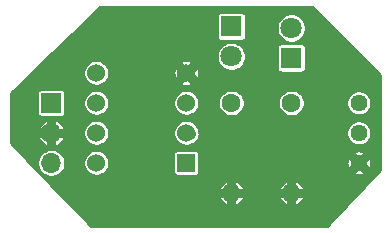
<source format=gbl>
%TF.GenerationSoftware,KiCad,Pcbnew,(5.1.8)-1*%
%TF.CreationDate,2020-12-04T14:16:00-08:00*%
%TF.ProjectId,Tachometer,54616368-6f6d-4657-9465-722e6b696361,rev?*%
%TF.SameCoordinates,Original*%
%TF.FileFunction,Copper,L2,Bot*%
%TF.FilePolarity,Positive*%
%FSLAX46Y46*%
G04 Gerber Fmt 4.6, Leading zero omitted, Abs format (unit mm)*
G04 Created by KiCad (PCBNEW (5.1.8)-1) date 2020-12-04 14:16:00*
%MOMM*%
%LPD*%
G01*
G04 APERTURE LIST*
%TA.AperFunction,ComponentPad*%
%ADD10C,1.440000*%
%TD*%
%TA.AperFunction,ComponentPad*%
%ADD11C,1.600000*%
%TD*%
%TA.AperFunction,ComponentPad*%
%ADD12O,1.600000X1.600000*%
%TD*%
%TA.AperFunction,ComponentPad*%
%ADD13O,1.700000X1.700000*%
%TD*%
%TA.AperFunction,ComponentPad*%
%ADD14R,1.700000X1.700000*%
%TD*%
%TA.AperFunction,ComponentPad*%
%ADD15C,1.800000*%
%TD*%
%TA.AperFunction,ComponentPad*%
%ADD16R,1.800000X1.800000*%
%TD*%
%TA.AperFunction,ComponentPad*%
%ADD17C,1.524000*%
%TD*%
%TA.AperFunction,ComponentPad*%
%ADD18R,1.524000X1.524000*%
%TD*%
%TA.AperFunction,Conductor*%
%ADD19C,1.000000*%
%TD*%
%TA.AperFunction,Conductor*%
%ADD20C,0.254000*%
%TD*%
%TA.AperFunction,Conductor*%
%ADD21C,0.100000*%
%TD*%
G04 APERTURE END LIST*
D10*
%TO.P,RV1,3*%
%TO.N,Net-(J1-Pad2)*%
X104775000Y-85725000D03*
%TO.P,RV1,2*%
%TO.N,Net-(RV1-Pad2)*%
X104775000Y-83185000D03*
%TO.P,RV1,1*%
%TO.N,Net-(D1-Pad2)*%
X104775000Y-80645000D03*
%TD*%
D11*
%TO.P,R2,1*%
%TO.N,Net-(D2-Pad2)*%
X93980000Y-80645000D03*
D12*
%TO.P,R2,2*%
%TO.N,Net-(J1-Pad2)*%
X93980000Y-88265000D03*
%TD*%
D11*
%TO.P,R1,1*%
%TO.N,Net-(D1-Pad1)*%
X99060000Y-80645000D03*
D12*
%TO.P,R1,2*%
%TO.N,Net-(J1-Pad2)*%
X99060000Y-88265000D03*
%TD*%
D13*
%TO.P,J1,3*%
%TO.N,Net-(J1-Pad3)*%
X78740000Y-85725000D03*
%TO.P,J1,2*%
%TO.N,Net-(J1-Pad2)*%
X78740000Y-83185000D03*
D14*
%TO.P,J1,1*%
%TO.N,Net-(D1-Pad2)*%
X78740000Y-80645000D03*
%TD*%
D15*
%TO.P,D2,2*%
%TO.N,Net-(D2-Pad2)*%
X93980000Y-76708000D03*
D16*
%TO.P,D2,1*%
%TO.N,Net-(D1-Pad2)*%
X93980000Y-74168000D03*
%TD*%
D17*
%TO.P,U1,8*%
%TO.N,Net-(D1-Pad2)*%
X82550000Y-85725000D03*
%TO.P,U1,7*%
%TO.N,N/C*%
X82550000Y-83185000D03*
%TO.P,U1,6*%
X82550000Y-80645000D03*
%TO.P,U1,5*%
X82550000Y-78105000D03*
%TO.P,U1,4*%
%TO.N,Net-(J1-Pad2)*%
X90170000Y-78105000D03*
%TO.P,U1,3*%
%TO.N,Net-(D2-Pad2)*%
X90170000Y-80645000D03*
%TO.P,U1,2*%
%TO.N,Net-(RV1-Pad2)*%
X90170000Y-83185000D03*
D18*
%TO.P,U1,1*%
%TO.N,Net-(J1-Pad3)*%
X90170000Y-85725000D03*
%TD*%
D15*
%TO.P,D1,2*%
%TO.N,Net-(D1-Pad2)*%
X99060000Y-74295000D03*
D16*
%TO.P,D1,1*%
%TO.N,Net-(D1-Pad1)*%
X99060000Y-76835000D03*
%TD*%
D19*
%TO.N,Net-(D1-Pad2)*%
X98933000Y-74168000D02*
X99060000Y-74295000D01*
%TO.N,Net-(J1-Pad2)*%
X78740000Y-83185000D02*
X78105000Y-83185000D01*
%TO.N,Net-(RV1-Pad2)*%
X90464000Y-83272000D02*
X90424000Y-83312000D01*
%TD*%
D20*
%TO.N,Net-(J1-Pad2)*%
X106553000Y-78284606D02*
X106553000Y-86309394D01*
X102053373Y-91059000D01*
X82095962Y-91059000D01*
X79810533Y-88688925D01*
X92927127Y-88688925D01*
X93030061Y-88886185D01*
X93169501Y-89059573D01*
X93340088Y-89202426D01*
X93535266Y-89309254D01*
X93556077Y-89317860D01*
X93726000Y-89285103D01*
X93726000Y-88519000D01*
X94234000Y-88519000D01*
X94234000Y-89285103D01*
X94403923Y-89317860D01*
X94424734Y-89309254D01*
X94619912Y-89202426D01*
X94790499Y-89059573D01*
X94929939Y-88886185D01*
X95032873Y-88688925D01*
X98007127Y-88688925D01*
X98110061Y-88886185D01*
X98249501Y-89059573D01*
X98420088Y-89202426D01*
X98615266Y-89309254D01*
X98636077Y-89317860D01*
X98806000Y-89285103D01*
X98806000Y-88519000D01*
X99314000Y-88519000D01*
X99314000Y-89285103D01*
X99483923Y-89317860D01*
X99504734Y-89309254D01*
X99699912Y-89202426D01*
X99870499Y-89059573D01*
X100009939Y-88886185D01*
X100112873Y-88688925D01*
X100082477Y-88519000D01*
X99314000Y-88519000D01*
X98806000Y-88519000D01*
X98037523Y-88519000D01*
X98007127Y-88688925D01*
X95032873Y-88688925D01*
X95002477Y-88519000D01*
X94234000Y-88519000D01*
X93726000Y-88519000D01*
X92957523Y-88519000D01*
X92927127Y-88688925D01*
X79810533Y-88688925D01*
X78992964Y-87841075D01*
X92927127Y-87841075D01*
X92957523Y-88011000D01*
X93726000Y-88011000D01*
X93726000Y-87244897D01*
X94234000Y-87244897D01*
X94234000Y-88011000D01*
X95002477Y-88011000D01*
X95032873Y-87841075D01*
X98007127Y-87841075D01*
X98037523Y-88011000D01*
X98806000Y-88011000D01*
X98806000Y-87244897D01*
X99314000Y-87244897D01*
X99314000Y-88011000D01*
X100082477Y-88011000D01*
X100112873Y-87841075D01*
X100009939Y-87643815D01*
X99870499Y-87470427D01*
X99699912Y-87327574D01*
X99504734Y-87220746D01*
X99483923Y-87212140D01*
X99314000Y-87244897D01*
X98806000Y-87244897D01*
X98636077Y-87212140D01*
X98615266Y-87220746D01*
X98420088Y-87327574D01*
X98249501Y-87470427D01*
X98110061Y-87643815D01*
X98007127Y-87841075D01*
X95032873Y-87841075D01*
X94929939Y-87643815D01*
X94790499Y-87470427D01*
X94619912Y-87327574D01*
X94424734Y-87220746D01*
X94403923Y-87212140D01*
X94234000Y-87244897D01*
X93726000Y-87244897D01*
X93556077Y-87212140D01*
X93535266Y-87220746D01*
X93340088Y-87327574D01*
X93169501Y-87470427D01*
X93030061Y-87643815D01*
X92927127Y-87841075D01*
X78992964Y-87841075D01*
X76839919Y-85608288D01*
X77555000Y-85608288D01*
X77555000Y-85841712D01*
X77600539Y-86070652D01*
X77689866Y-86286308D01*
X77819550Y-86480394D01*
X77984606Y-86645450D01*
X78178692Y-86775134D01*
X78394348Y-86864461D01*
X78623288Y-86910000D01*
X78856712Y-86910000D01*
X79085652Y-86864461D01*
X79301308Y-86775134D01*
X79495394Y-86645450D01*
X79660450Y-86480394D01*
X79790134Y-86286308D01*
X79879461Y-86070652D01*
X79925000Y-85841712D01*
X79925000Y-85616955D01*
X81453000Y-85616955D01*
X81453000Y-85833045D01*
X81495157Y-86044983D01*
X81577851Y-86244624D01*
X81697904Y-86424297D01*
X81850703Y-86577096D01*
X82030376Y-86697149D01*
X82230017Y-86779843D01*
X82441955Y-86822000D01*
X82658045Y-86822000D01*
X82869983Y-86779843D01*
X83069624Y-86697149D01*
X83249297Y-86577096D01*
X83402096Y-86424297D01*
X83522149Y-86244624D01*
X83604843Y-86044983D01*
X83647000Y-85833045D01*
X83647000Y-85616955D01*
X83604843Y-85405017D01*
X83522149Y-85205376D01*
X83402096Y-85025703D01*
X83339393Y-84963000D01*
X89071380Y-84963000D01*
X89071380Y-86487000D01*
X89077848Y-86552671D01*
X89097004Y-86615819D01*
X89128111Y-86674016D01*
X89169974Y-86725026D01*
X89220984Y-86766889D01*
X89279181Y-86797996D01*
X89342329Y-86817152D01*
X89408000Y-86823620D01*
X90932000Y-86823620D01*
X90997671Y-86817152D01*
X91060819Y-86797996D01*
X91119016Y-86766889D01*
X91170026Y-86725026D01*
X91211889Y-86674016D01*
X91242996Y-86615819D01*
X91256524Y-86571221D01*
X104287989Y-86571221D01*
X104375526Y-86706958D01*
X104574773Y-86766024D01*
X104781713Y-86785083D01*
X104988396Y-86763405D01*
X105174474Y-86706958D01*
X105262011Y-86571221D01*
X104775000Y-86084210D01*
X104287989Y-86571221D01*
X91256524Y-86571221D01*
X91262152Y-86552671D01*
X91268620Y-86487000D01*
X91268620Y-85731713D01*
X103714917Y-85731713D01*
X103736595Y-85938396D01*
X103793042Y-86124474D01*
X103928779Y-86212011D01*
X104415790Y-85725000D01*
X105134210Y-85725000D01*
X105621221Y-86212011D01*
X105756958Y-86124474D01*
X105816024Y-85925227D01*
X105835083Y-85718287D01*
X105813405Y-85511604D01*
X105756958Y-85325526D01*
X105621221Y-85237989D01*
X105134210Y-85725000D01*
X104415790Y-85725000D01*
X103928779Y-85237989D01*
X103793042Y-85325526D01*
X103733976Y-85524773D01*
X103714917Y-85731713D01*
X91268620Y-85731713D01*
X91268620Y-84963000D01*
X91262152Y-84897329D01*
X91256525Y-84878779D01*
X104287989Y-84878779D01*
X104775000Y-85365790D01*
X105262011Y-84878779D01*
X105174474Y-84743042D01*
X104975227Y-84683976D01*
X104768287Y-84664917D01*
X104561604Y-84686595D01*
X104375526Y-84743042D01*
X104287989Y-84878779D01*
X91256525Y-84878779D01*
X91242996Y-84834181D01*
X91211889Y-84775984D01*
X91170026Y-84724974D01*
X91119016Y-84683111D01*
X91060819Y-84652004D01*
X90997671Y-84632848D01*
X90932000Y-84626380D01*
X89408000Y-84626380D01*
X89342329Y-84632848D01*
X89279181Y-84652004D01*
X89220984Y-84683111D01*
X89169974Y-84724974D01*
X89128111Y-84775984D01*
X89097004Y-84834181D01*
X89077848Y-84897329D01*
X89071380Y-84963000D01*
X83339393Y-84963000D01*
X83249297Y-84872904D01*
X83069624Y-84752851D01*
X82869983Y-84670157D01*
X82658045Y-84628000D01*
X82441955Y-84628000D01*
X82230017Y-84670157D01*
X82030376Y-84752851D01*
X81850703Y-84872904D01*
X81697904Y-85025703D01*
X81577851Y-85205376D01*
X81495157Y-85405017D01*
X81453000Y-85616955D01*
X79925000Y-85616955D01*
X79925000Y-85608288D01*
X79879461Y-85379348D01*
X79790134Y-85163692D01*
X79660450Y-84969606D01*
X79495394Y-84804550D01*
X79301308Y-84674866D01*
X79085652Y-84585539D01*
X78856712Y-84540000D01*
X78623288Y-84540000D01*
X78394348Y-84585539D01*
X78178692Y-84674866D01*
X77984606Y-84804550D01*
X77819550Y-84969606D01*
X77689866Y-85163692D01*
X77600539Y-85379348D01*
X77555000Y-85608288D01*
X76839919Y-85608288D01*
X75311000Y-84022743D01*
X75311000Y-83616939D01*
X77636527Y-83616939D01*
X77654290Y-83659853D01*
X77767791Y-83862540D01*
X77918653Y-84039190D01*
X78101079Y-84183014D01*
X78308059Y-84288485D01*
X78486000Y-84258720D01*
X78486000Y-83439000D01*
X78994000Y-83439000D01*
X78994000Y-84258720D01*
X79171941Y-84288485D01*
X79378921Y-84183014D01*
X79561347Y-84039190D01*
X79712209Y-83862540D01*
X79825710Y-83659853D01*
X79843473Y-83616939D01*
X79811558Y-83439000D01*
X78994000Y-83439000D01*
X78486000Y-83439000D01*
X77668442Y-83439000D01*
X77636527Y-83616939D01*
X75311000Y-83616939D01*
X75311000Y-83076955D01*
X81453000Y-83076955D01*
X81453000Y-83293045D01*
X81495157Y-83504983D01*
X81577851Y-83704624D01*
X81697904Y-83884297D01*
X81850703Y-84037096D01*
X82030376Y-84157149D01*
X82230017Y-84239843D01*
X82441955Y-84282000D01*
X82658045Y-84282000D01*
X82869983Y-84239843D01*
X83069624Y-84157149D01*
X83249297Y-84037096D01*
X83402096Y-83884297D01*
X83522149Y-83704624D01*
X83604843Y-83504983D01*
X83647000Y-83293045D01*
X83647000Y-83076955D01*
X89073000Y-83076955D01*
X89073000Y-83293045D01*
X89115157Y-83504983D01*
X89197851Y-83704624D01*
X89317904Y-83884297D01*
X89470703Y-84037096D01*
X89650376Y-84157149D01*
X89850017Y-84239843D01*
X90061955Y-84282000D01*
X90278045Y-84282000D01*
X90489983Y-84239843D01*
X90689624Y-84157149D01*
X90869297Y-84037096D01*
X90927018Y-83979375D01*
X90985429Y-83931438D01*
X91083439Y-83833429D01*
X91161636Y-83738144D01*
X91239172Y-83593086D01*
X91286918Y-83435687D01*
X91303040Y-83272000D01*
X91286918Y-83108312D01*
X91278661Y-83081092D01*
X103720000Y-83081092D01*
X103720000Y-83288908D01*
X103760543Y-83492732D01*
X103840071Y-83684730D01*
X103955528Y-83857523D01*
X104102477Y-84004472D01*
X104275270Y-84119929D01*
X104467268Y-84199457D01*
X104671092Y-84240000D01*
X104878908Y-84240000D01*
X105082732Y-84199457D01*
X105274730Y-84119929D01*
X105447523Y-84004472D01*
X105594472Y-83857523D01*
X105709929Y-83684730D01*
X105789457Y-83492732D01*
X105830000Y-83288908D01*
X105830000Y-83081092D01*
X105789457Y-82877268D01*
X105709929Y-82685270D01*
X105594472Y-82512477D01*
X105447523Y-82365528D01*
X105274730Y-82250071D01*
X105082732Y-82170543D01*
X104878908Y-82130000D01*
X104671092Y-82130000D01*
X104467268Y-82170543D01*
X104275270Y-82250071D01*
X104102477Y-82365528D01*
X103955528Y-82512477D01*
X103840071Y-82685270D01*
X103760543Y-82877268D01*
X103720000Y-83081092D01*
X91278661Y-83081092D01*
X91247180Y-82977313D01*
X91224843Y-82865017D01*
X91142149Y-82665376D01*
X91022096Y-82485703D01*
X90869297Y-82332904D01*
X90689624Y-82212851D01*
X90489983Y-82130157D01*
X90278045Y-82088000D01*
X90061955Y-82088000D01*
X89850017Y-82130157D01*
X89650376Y-82212851D01*
X89470703Y-82332904D01*
X89317904Y-82485703D01*
X89197851Y-82665376D01*
X89115157Y-82865017D01*
X89073000Y-83076955D01*
X83647000Y-83076955D01*
X83604843Y-82865017D01*
X83522149Y-82665376D01*
X83402096Y-82485703D01*
X83249297Y-82332904D01*
X83069624Y-82212851D01*
X82869983Y-82130157D01*
X82658045Y-82088000D01*
X82441955Y-82088000D01*
X82230017Y-82130157D01*
X82030376Y-82212851D01*
X81850703Y-82332904D01*
X81697904Y-82485703D01*
X81577851Y-82665376D01*
X81495157Y-82865017D01*
X81453000Y-83076955D01*
X75311000Y-83076955D01*
X75311000Y-82753061D01*
X77636527Y-82753061D01*
X77668442Y-82931000D01*
X78486000Y-82931000D01*
X78486000Y-82111280D01*
X78994000Y-82111280D01*
X78994000Y-82931000D01*
X79811558Y-82931000D01*
X79843473Y-82753061D01*
X79825710Y-82710147D01*
X79712209Y-82507460D01*
X79561347Y-82330810D01*
X79378921Y-82186986D01*
X79171941Y-82081515D01*
X78994000Y-82111280D01*
X78486000Y-82111280D01*
X78308059Y-82081515D01*
X78101079Y-82186986D01*
X77918653Y-82330810D01*
X77767791Y-82507460D01*
X77654290Y-82710147D01*
X77636527Y-82753061D01*
X75311000Y-82753061D01*
X75311000Y-79809871D01*
X75326383Y-79795000D01*
X77553380Y-79795000D01*
X77553380Y-81495000D01*
X77559848Y-81560671D01*
X77579004Y-81623819D01*
X77610111Y-81682016D01*
X77651974Y-81733026D01*
X77702984Y-81774889D01*
X77761181Y-81805996D01*
X77824329Y-81825152D01*
X77890000Y-81831620D01*
X79590000Y-81831620D01*
X79655671Y-81825152D01*
X79718819Y-81805996D01*
X79777016Y-81774889D01*
X79828026Y-81733026D01*
X79869889Y-81682016D01*
X79900996Y-81623819D01*
X79920152Y-81560671D01*
X79926620Y-81495000D01*
X79926620Y-80536955D01*
X81453000Y-80536955D01*
X81453000Y-80753045D01*
X81495157Y-80964983D01*
X81577851Y-81164624D01*
X81697904Y-81344297D01*
X81850703Y-81497096D01*
X82030376Y-81617149D01*
X82230017Y-81699843D01*
X82441955Y-81742000D01*
X82658045Y-81742000D01*
X82869983Y-81699843D01*
X83069624Y-81617149D01*
X83249297Y-81497096D01*
X83402096Y-81344297D01*
X83522149Y-81164624D01*
X83604843Y-80964983D01*
X83647000Y-80753045D01*
X83647000Y-80536955D01*
X89073000Y-80536955D01*
X89073000Y-80753045D01*
X89115157Y-80964983D01*
X89197851Y-81164624D01*
X89317904Y-81344297D01*
X89470703Y-81497096D01*
X89650376Y-81617149D01*
X89850017Y-81699843D01*
X90061955Y-81742000D01*
X90278045Y-81742000D01*
X90489983Y-81699843D01*
X90689624Y-81617149D01*
X90869297Y-81497096D01*
X91022096Y-81344297D01*
X91142149Y-81164624D01*
X91224843Y-80964983D01*
X91267000Y-80753045D01*
X91267000Y-80536955D01*
X91266256Y-80533212D01*
X92845000Y-80533212D01*
X92845000Y-80756788D01*
X92888617Y-80976067D01*
X92974176Y-81182624D01*
X93098388Y-81368520D01*
X93256480Y-81526612D01*
X93442376Y-81650824D01*
X93648933Y-81736383D01*
X93868212Y-81780000D01*
X94091788Y-81780000D01*
X94311067Y-81736383D01*
X94517624Y-81650824D01*
X94703520Y-81526612D01*
X94861612Y-81368520D01*
X94985824Y-81182624D01*
X95071383Y-80976067D01*
X95115000Y-80756788D01*
X95115000Y-80533212D01*
X97925000Y-80533212D01*
X97925000Y-80756788D01*
X97968617Y-80976067D01*
X98054176Y-81182624D01*
X98178388Y-81368520D01*
X98336480Y-81526612D01*
X98522376Y-81650824D01*
X98728933Y-81736383D01*
X98948212Y-81780000D01*
X99171788Y-81780000D01*
X99391067Y-81736383D01*
X99597624Y-81650824D01*
X99783520Y-81526612D01*
X99941612Y-81368520D01*
X100065824Y-81182624D01*
X100151383Y-80976067D01*
X100195000Y-80756788D01*
X100195000Y-80541092D01*
X103720000Y-80541092D01*
X103720000Y-80748908D01*
X103760543Y-80952732D01*
X103840071Y-81144730D01*
X103955528Y-81317523D01*
X104102477Y-81464472D01*
X104275270Y-81579929D01*
X104467268Y-81659457D01*
X104671092Y-81700000D01*
X104878908Y-81700000D01*
X105082732Y-81659457D01*
X105274730Y-81579929D01*
X105447523Y-81464472D01*
X105594472Y-81317523D01*
X105709929Y-81144730D01*
X105789457Y-80952732D01*
X105830000Y-80748908D01*
X105830000Y-80541092D01*
X105789457Y-80337268D01*
X105709929Y-80145270D01*
X105594472Y-79972477D01*
X105447523Y-79825528D01*
X105274730Y-79710071D01*
X105082732Y-79630543D01*
X104878908Y-79590000D01*
X104671092Y-79590000D01*
X104467268Y-79630543D01*
X104275270Y-79710071D01*
X104102477Y-79825528D01*
X103955528Y-79972477D01*
X103840071Y-80145270D01*
X103760543Y-80337268D01*
X103720000Y-80541092D01*
X100195000Y-80541092D01*
X100195000Y-80533212D01*
X100151383Y-80313933D01*
X100065824Y-80107376D01*
X99941612Y-79921480D01*
X99783520Y-79763388D01*
X99597624Y-79639176D01*
X99391067Y-79553617D01*
X99171788Y-79510000D01*
X98948212Y-79510000D01*
X98728933Y-79553617D01*
X98522376Y-79639176D01*
X98336480Y-79763388D01*
X98178388Y-79921480D01*
X98054176Y-80107376D01*
X97968617Y-80313933D01*
X97925000Y-80533212D01*
X95115000Y-80533212D01*
X95071383Y-80313933D01*
X94985824Y-80107376D01*
X94861612Y-79921480D01*
X94703520Y-79763388D01*
X94517624Y-79639176D01*
X94311067Y-79553617D01*
X94091788Y-79510000D01*
X93868212Y-79510000D01*
X93648933Y-79553617D01*
X93442376Y-79639176D01*
X93256480Y-79763388D01*
X93098388Y-79921480D01*
X92974176Y-80107376D01*
X92888617Y-80313933D01*
X92845000Y-80533212D01*
X91266256Y-80533212D01*
X91224843Y-80325017D01*
X91142149Y-80125376D01*
X91022096Y-79945703D01*
X90869297Y-79792904D01*
X90689624Y-79672851D01*
X90489983Y-79590157D01*
X90278045Y-79548000D01*
X90061955Y-79548000D01*
X89850017Y-79590157D01*
X89650376Y-79672851D01*
X89470703Y-79792904D01*
X89317904Y-79945703D01*
X89197851Y-80125376D01*
X89115157Y-80325017D01*
X89073000Y-80536955D01*
X83647000Y-80536955D01*
X83604843Y-80325017D01*
X83522149Y-80125376D01*
X83402096Y-79945703D01*
X83249297Y-79792904D01*
X83069624Y-79672851D01*
X82869983Y-79590157D01*
X82658045Y-79548000D01*
X82441955Y-79548000D01*
X82230017Y-79590157D01*
X82030376Y-79672851D01*
X81850703Y-79792904D01*
X81697904Y-79945703D01*
X81577851Y-80125376D01*
X81495157Y-80325017D01*
X81453000Y-80536955D01*
X79926620Y-80536955D01*
X79926620Y-79795000D01*
X79920152Y-79729329D01*
X79900996Y-79666181D01*
X79869889Y-79607984D01*
X79828026Y-79556974D01*
X79777016Y-79515111D01*
X79718819Y-79484004D01*
X79655671Y-79464848D01*
X79590000Y-79458380D01*
X77890000Y-79458380D01*
X77824329Y-79464848D01*
X77761181Y-79484004D01*
X77702984Y-79515111D01*
X77651974Y-79556974D01*
X77610111Y-79607984D01*
X77579004Y-79666181D01*
X77559848Y-79729329D01*
X77553380Y-79795000D01*
X75326383Y-79795000D01*
X77186429Y-77996955D01*
X81453000Y-77996955D01*
X81453000Y-78213045D01*
X81495157Y-78424983D01*
X81577851Y-78624624D01*
X81697904Y-78804297D01*
X81850703Y-78957096D01*
X82030376Y-79077149D01*
X82230017Y-79159843D01*
X82441955Y-79202000D01*
X82658045Y-79202000D01*
X82869983Y-79159843D01*
X83069624Y-79077149D01*
X83211905Y-78982080D01*
X89652130Y-78982080D01*
X89745005Y-79122085D01*
X89951595Y-79185455D01*
X90166578Y-79207303D01*
X90381692Y-79186790D01*
X90588671Y-79124705D01*
X90594995Y-79122085D01*
X90687870Y-78982080D01*
X90170000Y-78464210D01*
X89652130Y-78982080D01*
X83211905Y-78982080D01*
X83249297Y-78957096D01*
X83402096Y-78804297D01*
X83522149Y-78624624D01*
X83604843Y-78424983D01*
X83647000Y-78213045D01*
X83647000Y-78101578D01*
X89067697Y-78101578D01*
X89088210Y-78316692D01*
X89150295Y-78523671D01*
X89152915Y-78529995D01*
X89292920Y-78622870D01*
X89810790Y-78105000D01*
X90529210Y-78105000D01*
X91047080Y-78622870D01*
X91187085Y-78529995D01*
X91250455Y-78323405D01*
X91272303Y-78108422D01*
X91251790Y-77893308D01*
X91189705Y-77686329D01*
X91187085Y-77680005D01*
X91047080Y-77587130D01*
X90529210Y-78105000D01*
X89810790Y-78105000D01*
X89292920Y-77587130D01*
X89152915Y-77680005D01*
X89089545Y-77886595D01*
X89067697Y-78101578D01*
X83647000Y-78101578D01*
X83647000Y-77996955D01*
X83604843Y-77785017D01*
X83522149Y-77585376D01*
X83402096Y-77405703D01*
X83249297Y-77252904D01*
X83211906Y-77227920D01*
X89652130Y-77227920D01*
X90170000Y-77745790D01*
X90687870Y-77227920D01*
X90594995Y-77087915D01*
X90388405Y-77024545D01*
X90173422Y-77002697D01*
X89958308Y-77023210D01*
X89751329Y-77085295D01*
X89745005Y-77087915D01*
X89652130Y-77227920D01*
X83211906Y-77227920D01*
X83069624Y-77132851D01*
X82869983Y-77050157D01*
X82658045Y-77008000D01*
X82441955Y-77008000D01*
X82230017Y-77050157D01*
X82030376Y-77132851D01*
X81850703Y-77252904D01*
X81697904Y-77405703D01*
X81577851Y-77585376D01*
X81495157Y-77785017D01*
X81453000Y-77996955D01*
X77186429Y-77996955D01*
X78645662Y-76586363D01*
X92745000Y-76586363D01*
X92745000Y-76829637D01*
X92792460Y-77068236D01*
X92885557Y-77292992D01*
X93020713Y-77495267D01*
X93192733Y-77667287D01*
X93395008Y-77802443D01*
X93619764Y-77895540D01*
X93858363Y-77943000D01*
X94101637Y-77943000D01*
X94340236Y-77895540D01*
X94564992Y-77802443D01*
X94767267Y-77667287D01*
X94939287Y-77495267D01*
X95074443Y-77292992D01*
X95167540Y-77068236D01*
X95215000Y-76829637D01*
X95215000Y-76586363D01*
X95167540Y-76347764D01*
X95074443Y-76123008D01*
X94948820Y-75935000D01*
X97823380Y-75935000D01*
X97823380Y-77735000D01*
X97829848Y-77800671D01*
X97849004Y-77863819D01*
X97880111Y-77922016D01*
X97921974Y-77973026D01*
X97972984Y-78014889D01*
X98031181Y-78045996D01*
X98094329Y-78065152D01*
X98160000Y-78071620D01*
X99960000Y-78071620D01*
X100025671Y-78065152D01*
X100088819Y-78045996D01*
X100147016Y-78014889D01*
X100198026Y-77973026D01*
X100239889Y-77922016D01*
X100270996Y-77863819D01*
X100290152Y-77800671D01*
X100296620Y-77735000D01*
X100296620Y-75935000D01*
X100290152Y-75869329D01*
X100270996Y-75806181D01*
X100239889Y-75747984D01*
X100198026Y-75696974D01*
X100147016Y-75655111D01*
X100088819Y-75624004D01*
X100025671Y-75604848D01*
X99960000Y-75598380D01*
X98160000Y-75598380D01*
X98094329Y-75604848D01*
X98031181Y-75624004D01*
X97972984Y-75655111D01*
X97921974Y-75696974D01*
X97880111Y-75747984D01*
X97849004Y-75806181D01*
X97829848Y-75869329D01*
X97823380Y-75935000D01*
X94948820Y-75935000D01*
X94939287Y-75920733D01*
X94767267Y-75748713D01*
X94564992Y-75613557D01*
X94340236Y-75520460D01*
X94101637Y-75473000D01*
X93858363Y-75473000D01*
X93619764Y-75520460D01*
X93395008Y-75613557D01*
X93192733Y-75748713D01*
X93020713Y-75920733D01*
X92885557Y-76123008D01*
X92792460Y-76347764D01*
X92745000Y-76586363D01*
X78645662Y-76586363D01*
X82078452Y-73268000D01*
X92743380Y-73268000D01*
X92743380Y-75068000D01*
X92749848Y-75133671D01*
X92769004Y-75196819D01*
X92800111Y-75255016D01*
X92841974Y-75306026D01*
X92892984Y-75347889D01*
X92951181Y-75378996D01*
X93014329Y-75398152D01*
X93080000Y-75404620D01*
X94880000Y-75404620D01*
X94945671Y-75398152D01*
X95008819Y-75378996D01*
X95067016Y-75347889D01*
X95118026Y-75306026D01*
X95159889Y-75255016D01*
X95190996Y-75196819D01*
X95210152Y-75133671D01*
X95216620Y-75068000D01*
X95216620Y-74173363D01*
X97825000Y-74173363D01*
X97825000Y-74416637D01*
X97872460Y-74655236D01*
X97965557Y-74879992D01*
X98100713Y-75082267D01*
X98272733Y-75254287D01*
X98475008Y-75389443D01*
X98699764Y-75482540D01*
X98938363Y-75530000D01*
X99181637Y-75530000D01*
X99420236Y-75482540D01*
X99644992Y-75389443D01*
X99847267Y-75254287D01*
X100019287Y-75082267D01*
X100154443Y-74879992D01*
X100247540Y-74655236D01*
X100295000Y-74416637D01*
X100295000Y-74173363D01*
X100247540Y-73934764D01*
X100154443Y-73710008D01*
X100019287Y-73507733D01*
X99847267Y-73335713D01*
X99644992Y-73200557D01*
X99420236Y-73107460D01*
X99181637Y-73060000D01*
X98938363Y-73060000D01*
X98699764Y-73107460D01*
X98475008Y-73200557D01*
X98272733Y-73335713D01*
X98100713Y-73507733D01*
X97965557Y-73710008D01*
X97872460Y-73934764D01*
X97825000Y-74173363D01*
X95216620Y-74173363D01*
X95216620Y-73268000D01*
X95210152Y-73202329D01*
X95190996Y-73139181D01*
X95159889Y-73080984D01*
X95118026Y-73029974D01*
X95067016Y-72988111D01*
X95008819Y-72957004D01*
X94945671Y-72937848D01*
X94880000Y-72931380D01*
X93080000Y-72931380D01*
X93014329Y-72937848D01*
X92951181Y-72957004D01*
X92892984Y-72988111D01*
X92841974Y-73029974D01*
X92800111Y-73080984D01*
X92769004Y-73139181D01*
X92749848Y-73202329D01*
X92743380Y-73268000D01*
X82078452Y-73268000D01*
X82855349Y-72517000D01*
X100785394Y-72517000D01*
X106553000Y-78284606D01*
%TA.AperFunction,Conductor*%
D21*
G36*
X106553000Y-78284606D02*
G01*
X106553000Y-86309394D01*
X102053373Y-91059000D01*
X82095962Y-91059000D01*
X79810533Y-88688925D01*
X92927127Y-88688925D01*
X93030061Y-88886185D01*
X93169501Y-89059573D01*
X93340088Y-89202426D01*
X93535266Y-89309254D01*
X93556077Y-89317860D01*
X93726000Y-89285103D01*
X93726000Y-88519000D01*
X94234000Y-88519000D01*
X94234000Y-89285103D01*
X94403923Y-89317860D01*
X94424734Y-89309254D01*
X94619912Y-89202426D01*
X94790499Y-89059573D01*
X94929939Y-88886185D01*
X95032873Y-88688925D01*
X98007127Y-88688925D01*
X98110061Y-88886185D01*
X98249501Y-89059573D01*
X98420088Y-89202426D01*
X98615266Y-89309254D01*
X98636077Y-89317860D01*
X98806000Y-89285103D01*
X98806000Y-88519000D01*
X99314000Y-88519000D01*
X99314000Y-89285103D01*
X99483923Y-89317860D01*
X99504734Y-89309254D01*
X99699912Y-89202426D01*
X99870499Y-89059573D01*
X100009939Y-88886185D01*
X100112873Y-88688925D01*
X100082477Y-88519000D01*
X99314000Y-88519000D01*
X98806000Y-88519000D01*
X98037523Y-88519000D01*
X98007127Y-88688925D01*
X95032873Y-88688925D01*
X95002477Y-88519000D01*
X94234000Y-88519000D01*
X93726000Y-88519000D01*
X92957523Y-88519000D01*
X92927127Y-88688925D01*
X79810533Y-88688925D01*
X78992964Y-87841075D01*
X92927127Y-87841075D01*
X92957523Y-88011000D01*
X93726000Y-88011000D01*
X93726000Y-87244897D01*
X94234000Y-87244897D01*
X94234000Y-88011000D01*
X95002477Y-88011000D01*
X95032873Y-87841075D01*
X98007127Y-87841075D01*
X98037523Y-88011000D01*
X98806000Y-88011000D01*
X98806000Y-87244897D01*
X99314000Y-87244897D01*
X99314000Y-88011000D01*
X100082477Y-88011000D01*
X100112873Y-87841075D01*
X100009939Y-87643815D01*
X99870499Y-87470427D01*
X99699912Y-87327574D01*
X99504734Y-87220746D01*
X99483923Y-87212140D01*
X99314000Y-87244897D01*
X98806000Y-87244897D01*
X98636077Y-87212140D01*
X98615266Y-87220746D01*
X98420088Y-87327574D01*
X98249501Y-87470427D01*
X98110061Y-87643815D01*
X98007127Y-87841075D01*
X95032873Y-87841075D01*
X94929939Y-87643815D01*
X94790499Y-87470427D01*
X94619912Y-87327574D01*
X94424734Y-87220746D01*
X94403923Y-87212140D01*
X94234000Y-87244897D01*
X93726000Y-87244897D01*
X93556077Y-87212140D01*
X93535266Y-87220746D01*
X93340088Y-87327574D01*
X93169501Y-87470427D01*
X93030061Y-87643815D01*
X92927127Y-87841075D01*
X78992964Y-87841075D01*
X76839919Y-85608288D01*
X77555000Y-85608288D01*
X77555000Y-85841712D01*
X77600539Y-86070652D01*
X77689866Y-86286308D01*
X77819550Y-86480394D01*
X77984606Y-86645450D01*
X78178692Y-86775134D01*
X78394348Y-86864461D01*
X78623288Y-86910000D01*
X78856712Y-86910000D01*
X79085652Y-86864461D01*
X79301308Y-86775134D01*
X79495394Y-86645450D01*
X79660450Y-86480394D01*
X79790134Y-86286308D01*
X79879461Y-86070652D01*
X79925000Y-85841712D01*
X79925000Y-85616955D01*
X81453000Y-85616955D01*
X81453000Y-85833045D01*
X81495157Y-86044983D01*
X81577851Y-86244624D01*
X81697904Y-86424297D01*
X81850703Y-86577096D01*
X82030376Y-86697149D01*
X82230017Y-86779843D01*
X82441955Y-86822000D01*
X82658045Y-86822000D01*
X82869983Y-86779843D01*
X83069624Y-86697149D01*
X83249297Y-86577096D01*
X83402096Y-86424297D01*
X83522149Y-86244624D01*
X83604843Y-86044983D01*
X83647000Y-85833045D01*
X83647000Y-85616955D01*
X83604843Y-85405017D01*
X83522149Y-85205376D01*
X83402096Y-85025703D01*
X83339393Y-84963000D01*
X89071380Y-84963000D01*
X89071380Y-86487000D01*
X89077848Y-86552671D01*
X89097004Y-86615819D01*
X89128111Y-86674016D01*
X89169974Y-86725026D01*
X89220984Y-86766889D01*
X89279181Y-86797996D01*
X89342329Y-86817152D01*
X89408000Y-86823620D01*
X90932000Y-86823620D01*
X90997671Y-86817152D01*
X91060819Y-86797996D01*
X91119016Y-86766889D01*
X91170026Y-86725026D01*
X91211889Y-86674016D01*
X91242996Y-86615819D01*
X91256524Y-86571221D01*
X104287989Y-86571221D01*
X104375526Y-86706958D01*
X104574773Y-86766024D01*
X104781713Y-86785083D01*
X104988396Y-86763405D01*
X105174474Y-86706958D01*
X105262011Y-86571221D01*
X104775000Y-86084210D01*
X104287989Y-86571221D01*
X91256524Y-86571221D01*
X91262152Y-86552671D01*
X91268620Y-86487000D01*
X91268620Y-85731713D01*
X103714917Y-85731713D01*
X103736595Y-85938396D01*
X103793042Y-86124474D01*
X103928779Y-86212011D01*
X104415790Y-85725000D01*
X105134210Y-85725000D01*
X105621221Y-86212011D01*
X105756958Y-86124474D01*
X105816024Y-85925227D01*
X105835083Y-85718287D01*
X105813405Y-85511604D01*
X105756958Y-85325526D01*
X105621221Y-85237989D01*
X105134210Y-85725000D01*
X104415790Y-85725000D01*
X103928779Y-85237989D01*
X103793042Y-85325526D01*
X103733976Y-85524773D01*
X103714917Y-85731713D01*
X91268620Y-85731713D01*
X91268620Y-84963000D01*
X91262152Y-84897329D01*
X91256525Y-84878779D01*
X104287989Y-84878779D01*
X104775000Y-85365790D01*
X105262011Y-84878779D01*
X105174474Y-84743042D01*
X104975227Y-84683976D01*
X104768287Y-84664917D01*
X104561604Y-84686595D01*
X104375526Y-84743042D01*
X104287989Y-84878779D01*
X91256525Y-84878779D01*
X91242996Y-84834181D01*
X91211889Y-84775984D01*
X91170026Y-84724974D01*
X91119016Y-84683111D01*
X91060819Y-84652004D01*
X90997671Y-84632848D01*
X90932000Y-84626380D01*
X89408000Y-84626380D01*
X89342329Y-84632848D01*
X89279181Y-84652004D01*
X89220984Y-84683111D01*
X89169974Y-84724974D01*
X89128111Y-84775984D01*
X89097004Y-84834181D01*
X89077848Y-84897329D01*
X89071380Y-84963000D01*
X83339393Y-84963000D01*
X83249297Y-84872904D01*
X83069624Y-84752851D01*
X82869983Y-84670157D01*
X82658045Y-84628000D01*
X82441955Y-84628000D01*
X82230017Y-84670157D01*
X82030376Y-84752851D01*
X81850703Y-84872904D01*
X81697904Y-85025703D01*
X81577851Y-85205376D01*
X81495157Y-85405017D01*
X81453000Y-85616955D01*
X79925000Y-85616955D01*
X79925000Y-85608288D01*
X79879461Y-85379348D01*
X79790134Y-85163692D01*
X79660450Y-84969606D01*
X79495394Y-84804550D01*
X79301308Y-84674866D01*
X79085652Y-84585539D01*
X78856712Y-84540000D01*
X78623288Y-84540000D01*
X78394348Y-84585539D01*
X78178692Y-84674866D01*
X77984606Y-84804550D01*
X77819550Y-84969606D01*
X77689866Y-85163692D01*
X77600539Y-85379348D01*
X77555000Y-85608288D01*
X76839919Y-85608288D01*
X75311000Y-84022743D01*
X75311000Y-83616939D01*
X77636527Y-83616939D01*
X77654290Y-83659853D01*
X77767791Y-83862540D01*
X77918653Y-84039190D01*
X78101079Y-84183014D01*
X78308059Y-84288485D01*
X78486000Y-84258720D01*
X78486000Y-83439000D01*
X78994000Y-83439000D01*
X78994000Y-84258720D01*
X79171941Y-84288485D01*
X79378921Y-84183014D01*
X79561347Y-84039190D01*
X79712209Y-83862540D01*
X79825710Y-83659853D01*
X79843473Y-83616939D01*
X79811558Y-83439000D01*
X78994000Y-83439000D01*
X78486000Y-83439000D01*
X77668442Y-83439000D01*
X77636527Y-83616939D01*
X75311000Y-83616939D01*
X75311000Y-83076955D01*
X81453000Y-83076955D01*
X81453000Y-83293045D01*
X81495157Y-83504983D01*
X81577851Y-83704624D01*
X81697904Y-83884297D01*
X81850703Y-84037096D01*
X82030376Y-84157149D01*
X82230017Y-84239843D01*
X82441955Y-84282000D01*
X82658045Y-84282000D01*
X82869983Y-84239843D01*
X83069624Y-84157149D01*
X83249297Y-84037096D01*
X83402096Y-83884297D01*
X83522149Y-83704624D01*
X83604843Y-83504983D01*
X83647000Y-83293045D01*
X83647000Y-83076955D01*
X89073000Y-83076955D01*
X89073000Y-83293045D01*
X89115157Y-83504983D01*
X89197851Y-83704624D01*
X89317904Y-83884297D01*
X89470703Y-84037096D01*
X89650376Y-84157149D01*
X89850017Y-84239843D01*
X90061955Y-84282000D01*
X90278045Y-84282000D01*
X90489983Y-84239843D01*
X90689624Y-84157149D01*
X90869297Y-84037096D01*
X90927018Y-83979375D01*
X90985429Y-83931438D01*
X91083439Y-83833429D01*
X91161636Y-83738144D01*
X91239172Y-83593086D01*
X91286918Y-83435687D01*
X91303040Y-83272000D01*
X91286918Y-83108312D01*
X91278661Y-83081092D01*
X103720000Y-83081092D01*
X103720000Y-83288908D01*
X103760543Y-83492732D01*
X103840071Y-83684730D01*
X103955528Y-83857523D01*
X104102477Y-84004472D01*
X104275270Y-84119929D01*
X104467268Y-84199457D01*
X104671092Y-84240000D01*
X104878908Y-84240000D01*
X105082732Y-84199457D01*
X105274730Y-84119929D01*
X105447523Y-84004472D01*
X105594472Y-83857523D01*
X105709929Y-83684730D01*
X105789457Y-83492732D01*
X105830000Y-83288908D01*
X105830000Y-83081092D01*
X105789457Y-82877268D01*
X105709929Y-82685270D01*
X105594472Y-82512477D01*
X105447523Y-82365528D01*
X105274730Y-82250071D01*
X105082732Y-82170543D01*
X104878908Y-82130000D01*
X104671092Y-82130000D01*
X104467268Y-82170543D01*
X104275270Y-82250071D01*
X104102477Y-82365528D01*
X103955528Y-82512477D01*
X103840071Y-82685270D01*
X103760543Y-82877268D01*
X103720000Y-83081092D01*
X91278661Y-83081092D01*
X91247180Y-82977313D01*
X91224843Y-82865017D01*
X91142149Y-82665376D01*
X91022096Y-82485703D01*
X90869297Y-82332904D01*
X90689624Y-82212851D01*
X90489983Y-82130157D01*
X90278045Y-82088000D01*
X90061955Y-82088000D01*
X89850017Y-82130157D01*
X89650376Y-82212851D01*
X89470703Y-82332904D01*
X89317904Y-82485703D01*
X89197851Y-82665376D01*
X89115157Y-82865017D01*
X89073000Y-83076955D01*
X83647000Y-83076955D01*
X83604843Y-82865017D01*
X83522149Y-82665376D01*
X83402096Y-82485703D01*
X83249297Y-82332904D01*
X83069624Y-82212851D01*
X82869983Y-82130157D01*
X82658045Y-82088000D01*
X82441955Y-82088000D01*
X82230017Y-82130157D01*
X82030376Y-82212851D01*
X81850703Y-82332904D01*
X81697904Y-82485703D01*
X81577851Y-82665376D01*
X81495157Y-82865017D01*
X81453000Y-83076955D01*
X75311000Y-83076955D01*
X75311000Y-82753061D01*
X77636527Y-82753061D01*
X77668442Y-82931000D01*
X78486000Y-82931000D01*
X78486000Y-82111280D01*
X78994000Y-82111280D01*
X78994000Y-82931000D01*
X79811558Y-82931000D01*
X79843473Y-82753061D01*
X79825710Y-82710147D01*
X79712209Y-82507460D01*
X79561347Y-82330810D01*
X79378921Y-82186986D01*
X79171941Y-82081515D01*
X78994000Y-82111280D01*
X78486000Y-82111280D01*
X78308059Y-82081515D01*
X78101079Y-82186986D01*
X77918653Y-82330810D01*
X77767791Y-82507460D01*
X77654290Y-82710147D01*
X77636527Y-82753061D01*
X75311000Y-82753061D01*
X75311000Y-79809871D01*
X75326383Y-79795000D01*
X77553380Y-79795000D01*
X77553380Y-81495000D01*
X77559848Y-81560671D01*
X77579004Y-81623819D01*
X77610111Y-81682016D01*
X77651974Y-81733026D01*
X77702984Y-81774889D01*
X77761181Y-81805996D01*
X77824329Y-81825152D01*
X77890000Y-81831620D01*
X79590000Y-81831620D01*
X79655671Y-81825152D01*
X79718819Y-81805996D01*
X79777016Y-81774889D01*
X79828026Y-81733026D01*
X79869889Y-81682016D01*
X79900996Y-81623819D01*
X79920152Y-81560671D01*
X79926620Y-81495000D01*
X79926620Y-80536955D01*
X81453000Y-80536955D01*
X81453000Y-80753045D01*
X81495157Y-80964983D01*
X81577851Y-81164624D01*
X81697904Y-81344297D01*
X81850703Y-81497096D01*
X82030376Y-81617149D01*
X82230017Y-81699843D01*
X82441955Y-81742000D01*
X82658045Y-81742000D01*
X82869983Y-81699843D01*
X83069624Y-81617149D01*
X83249297Y-81497096D01*
X83402096Y-81344297D01*
X83522149Y-81164624D01*
X83604843Y-80964983D01*
X83647000Y-80753045D01*
X83647000Y-80536955D01*
X89073000Y-80536955D01*
X89073000Y-80753045D01*
X89115157Y-80964983D01*
X89197851Y-81164624D01*
X89317904Y-81344297D01*
X89470703Y-81497096D01*
X89650376Y-81617149D01*
X89850017Y-81699843D01*
X90061955Y-81742000D01*
X90278045Y-81742000D01*
X90489983Y-81699843D01*
X90689624Y-81617149D01*
X90869297Y-81497096D01*
X91022096Y-81344297D01*
X91142149Y-81164624D01*
X91224843Y-80964983D01*
X91267000Y-80753045D01*
X91267000Y-80536955D01*
X91266256Y-80533212D01*
X92845000Y-80533212D01*
X92845000Y-80756788D01*
X92888617Y-80976067D01*
X92974176Y-81182624D01*
X93098388Y-81368520D01*
X93256480Y-81526612D01*
X93442376Y-81650824D01*
X93648933Y-81736383D01*
X93868212Y-81780000D01*
X94091788Y-81780000D01*
X94311067Y-81736383D01*
X94517624Y-81650824D01*
X94703520Y-81526612D01*
X94861612Y-81368520D01*
X94985824Y-81182624D01*
X95071383Y-80976067D01*
X95115000Y-80756788D01*
X95115000Y-80533212D01*
X97925000Y-80533212D01*
X97925000Y-80756788D01*
X97968617Y-80976067D01*
X98054176Y-81182624D01*
X98178388Y-81368520D01*
X98336480Y-81526612D01*
X98522376Y-81650824D01*
X98728933Y-81736383D01*
X98948212Y-81780000D01*
X99171788Y-81780000D01*
X99391067Y-81736383D01*
X99597624Y-81650824D01*
X99783520Y-81526612D01*
X99941612Y-81368520D01*
X100065824Y-81182624D01*
X100151383Y-80976067D01*
X100195000Y-80756788D01*
X100195000Y-80541092D01*
X103720000Y-80541092D01*
X103720000Y-80748908D01*
X103760543Y-80952732D01*
X103840071Y-81144730D01*
X103955528Y-81317523D01*
X104102477Y-81464472D01*
X104275270Y-81579929D01*
X104467268Y-81659457D01*
X104671092Y-81700000D01*
X104878908Y-81700000D01*
X105082732Y-81659457D01*
X105274730Y-81579929D01*
X105447523Y-81464472D01*
X105594472Y-81317523D01*
X105709929Y-81144730D01*
X105789457Y-80952732D01*
X105830000Y-80748908D01*
X105830000Y-80541092D01*
X105789457Y-80337268D01*
X105709929Y-80145270D01*
X105594472Y-79972477D01*
X105447523Y-79825528D01*
X105274730Y-79710071D01*
X105082732Y-79630543D01*
X104878908Y-79590000D01*
X104671092Y-79590000D01*
X104467268Y-79630543D01*
X104275270Y-79710071D01*
X104102477Y-79825528D01*
X103955528Y-79972477D01*
X103840071Y-80145270D01*
X103760543Y-80337268D01*
X103720000Y-80541092D01*
X100195000Y-80541092D01*
X100195000Y-80533212D01*
X100151383Y-80313933D01*
X100065824Y-80107376D01*
X99941612Y-79921480D01*
X99783520Y-79763388D01*
X99597624Y-79639176D01*
X99391067Y-79553617D01*
X99171788Y-79510000D01*
X98948212Y-79510000D01*
X98728933Y-79553617D01*
X98522376Y-79639176D01*
X98336480Y-79763388D01*
X98178388Y-79921480D01*
X98054176Y-80107376D01*
X97968617Y-80313933D01*
X97925000Y-80533212D01*
X95115000Y-80533212D01*
X95071383Y-80313933D01*
X94985824Y-80107376D01*
X94861612Y-79921480D01*
X94703520Y-79763388D01*
X94517624Y-79639176D01*
X94311067Y-79553617D01*
X94091788Y-79510000D01*
X93868212Y-79510000D01*
X93648933Y-79553617D01*
X93442376Y-79639176D01*
X93256480Y-79763388D01*
X93098388Y-79921480D01*
X92974176Y-80107376D01*
X92888617Y-80313933D01*
X92845000Y-80533212D01*
X91266256Y-80533212D01*
X91224843Y-80325017D01*
X91142149Y-80125376D01*
X91022096Y-79945703D01*
X90869297Y-79792904D01*
X90689624Y-79672851D01*
X90489983Y-79590157D01*
X90278045Y-79548000D01*
X90061955Y-79548000D01*
X89850017Y-79590157D01*
X89650376Y-79672851D01*
X89470703Y-79792904D01*
X89317904Y-79945703D01*
X89197851Y-80125376D01*
X89115157Y-80325017D01*
X89073000Y-80536955D01*
X83647000Y-80536955D01*
X83604843Y-80325017D01*
X83522149Y-80125376D01*
X83402096Y-79945703D01*
X83249297Y-79792904D01*
X83069624Y-79672851D01*
X82869983Y-79590157D01*
X82658045Y-79548000D01*
X82441955Y-79548000D01*
X82230017Y-79590157D01*
X82030376Y-79672851D01*
X81850703Y-79792904D01*
X81697904Y-79945703D01*
X81577851Y-80125376D01*
X81495157Y-80325017D01*
X81453000Y-80536955D01*
X79926620Y-80536955D01*
X79926620Y-79795000D01*
X79920152Y-79729329D01*
X79900996Y-79666181D01*
X79869889Y-79607984D01*
X79828026Y-79556974D01*
X79777016Y-79515111D01*
X79718819Y-79484004D01*
X79655671Y-79464848D01*
X79590000Y-79458380D01*
X77890000Y-79458380D01*
X77824329Y-79464848D01*
X77761181Y-79484004D01*
X77702984Y-79515111D01*
X77651974Y-79556974D01*
X77610111Y-79607984D01*
X77579004Y-79666181D01*
X77559848Y-79729329D01*
X77553380Y-79795000D01*
X75326383Y-79795000D01*
X77186429Y-77996955D01*
X81453000Y-77996955D01*
X81453000Y-78213045D01*
X81495157Y-78424983D01*
X81577851Y-78624624D01*
X81697904Y-78804297D01*
X81850703Y-78957096D01*
X82030376Y-79077149D01*
X82230017Y-79159843D01*
X82441955Y-79202000D01*
X82658045Y-79202000D01*
X82869983Y-79159843D01*
X83069624Y-79077149D01*
X83211905Y-78982080D01*
X89652130Y-78982080D01*
X89745005Y-79122085D01*
X89951595Y-79185455D01*
X90166578Y-79207303D01*
X90381692Y-79186790D01*
X90588671Y-79124705D01*
X90594995Y-79122085D01*
X90687870Y-78982080D01*
X90170000Y-78464210D01*
X89652130Y-78982080D01*
X83211905Y-78982080D01*
X83249297Y-78957096D01*
X83402096Y-78804297D01*
X83522149Y-78624624D01*
X83604843Y-78424983D01*
X83647000Y-78213045D01*
X83647000Y-78101578D01*
X89067697Y-78101578D01*
X89088210Y-78316692D01*
X89150295Y-78523671D01*
X89152915Y-78529995D01*
X89292920Y-78622870D01*
X89810790Y-78105000D01*
X90529210Y-78105000D01*
X91047080Y-78622870D01*
X91187085Y-78529995D01*
X91250455Y-78323405D01*
X91272303Y-78108422D01*
X91251790Y-77893308D01*
X91189705Y-77686329D01*
X91187085Y-77680005D01*
X91047080Y-77587130D01*
X90529210Y-78105000D01*
X89810790Y-78105000D01*
X89292920Y-77587130D01*
X89152915Y-77680005D01*
X89089545Y-77886595D01*
X89067697Y-78101578D01*
X83647000Y-78101578D01*
X83647000Y-77996955D01*
X83604843Y-77785017D01*
X83522149Y-77585376D01*
X83402096Y-77405703D01*
X83249297Y-77252904D01*
X83211906Y-77227920D01*
X89652130Y-77227920D01*
X90170000Y-77745790D01*
X90687870Y-77227920D01*
X90594995Y-77087915D01*
X90388405Y-77024545D01*
X90173422Y-77002697D01*
X89958308Y-77023210D01*
X89751329Y-77085295D01*
X89745005Y-77087915D01*
X89652130Y-77227920D01*
X83211906Y-77227920D01*
X83069624Y-77132851D01*
X82869983Y-77050157D01*
X82658045Y-77008000D01*
X82441955Y-77008000D01*
X82230017Y-77050157D01*
X82030376Y-77132851D01*
X81850703Y-77252904D01*
X81697904Y-77405703D01*
X81577851Y-77585376D01*
X81495157Y-77785017D01*
X81453000Y-77996955D01*
X77186429Y-77996955D01*
X78645662Y-76586363D01*
X92745000Y-76586363D01*
X92745000Y-76829637D01*
X92792460Y-77068236D01*
X92885557Y-77292992D01*
X93020713Y-77495267D01*
X93192733Y-77667287D01*
X93395008Y-77802443D01*
X93619764Y-77895540D01*
X93858363Y-77943000D01*
X94101637Y-77943000D01*
X94340236Y-77895540D01*
X94564992Y-77802443D01*
X94767267Y-77667287D01*
X94939287Y-77495267D01*
X95074443Y-77292992D01*
X95167540Y-77068236D01*
X95215000Y-76829637D01*
X95215000Y-76586363D01*
X95167540Y-76347764D01*
X95074443Y-76123008D01*
X94948820Y-75935000D01*
X97823380Y-75935000D01*
X97823380Y-77735000D01*
X97829848Y-77800671D01*
X97849004Y-77863819D01*
X97880111Y-77922016D01*
X97921974Y-77973026D01*
X97972984Y-78014889D01*
X98031181Y-78045996D01*
X98094329Y-78065152D01*
X98160000Y-78071620D01*
X99960000Y-78071620D01*
X100025671Y-78065152D01*
X100088819Y-78045996D01*
X100147016Y-78014889D01*
X100198026Y-77973026D01*
X100239889Y-77922016D01*
X100270996Y-77863819D01*
X100290152Y-77800671D01*
X100296620Y-77735000D01*
X100296620Y-75935000D01*
X100290152Y-75869329D01*
X100270996Y-75806181D01*
X100239889Y-75747984D01*
X100198026Y-75696974D01*
X100147016Y-75655111D01*
X100088819Y-75624004D01*
X100025671Y-75604848D01*
X99960000Y-75598380D01*
X98160000Y-75598380D01*
X98094329Y-75604848D01*
X98031181Y-75624004D01*
X97972984Y-75655111D01*
X97921974Y-75696974D01*
X97880111Y-75747984D01*
X97849004Y-75806181D01*
X97829848Y-75869329D01*
X97823380Y-75935000D01*
X94948820Y-75935000D01*
X94939287Y-75920733D01*
X94767267Y-75748713D01*
X94564992Y-75613557D01*
X94340236Y-75520460D01*
X94101637Y-75473000D01*
X93858363Y-75473000D01*
X93619764Y-75520460D01*
X93395008Y-75613557D01*
X93192733Y-75748713D01*
X93020713Y-75920733D01*
X92885557Y-76123008D01*
X92792460Y-76347764D01*
X92745000Y-76586363D01*
X78645662Y-76586363D01*
X82078452Y-73268000D01*
X92743380Y-73268000D01*
X92743380Y-75068000D01*
X92749848Y-75133671D01*
X92769004Y-75196819D01*
X92800111Y-75255016D01*
X92841974Y-75306026D01*
X92892984Y-75347889D01*
X92951181Y-75378996D01*
X93014329Y-75398152D01*
X93080000Y-75404620D01*
X94880000Y-75404620D01*
X94945671Y-75398152D01*
X95008819Y-75378996D01*
X95067016Y-75347889D01*
X95118026Y-75306026D01*
X95159889Y-75255016D01*
X95190996Y-75196819D01*
X95210152Y-75133671D01*
X95216620Y-75068000D01*
X95216620Y-74173363D01*
X97825000Y-74173363D01*
X97825000Y-74416637D01*
X97872460Y-74655236D01*
X97965557Y-74879992D01*
X98100713Y-75082267D01*
X98272733Y-75254287D01*
X98475008Y-75389443D01*
X98699764Y-75482540D01*
X98938363Y-75530000D01*
X99181637Y-75530000D01*
X99420236Y-75482540D01*
X99644992Y-75389443D01*
X99847267Y-75254287D01*
X100019287Y-75082267D01*
X100154443Y-74879992D01*
X100247540Y-74655236D01*
X100295000Y-74416637D01*
X100295000Y-74173363D01*
X100247540Y-73934764D01*
X100154443Y-73710008D01*
X100019287Y-73507733D01*
X99847267Y-73335713D01*
X99644992Y-73200557D01*
X99420236Y-73107460D01*
X99181637Y-73060000D01*
X98938363Y-73060000D01*
X98699764Y-73107460D01*
X98475008Y-73200557D01*
X98272733Y-73335713D01*
X98100713Y-73507733D01*
X97965557Y-73710008D01*
X97872460Y-73934764D01*
X97825000Y-74173363D01*
X95216620Y-74173363D01*
X95216620Y-73268000D01*
X95210152Y-73202329D01*
X95190996Y-73139181D01*
X95159889Y-73080984D01*
X95118026Y-73029974D01*
X95067016Y-72988111D01*
X95008819Y-72957004D01*
X94945671Y-72937848D01*
X94880000Y-72931380D01*
X93080000Y-72931380D01*
X93014329Y-72937848D01*
X92951181Y-72957004D01*
X92892984Y-72988111D01*
X92841974Y-73029974D01*
X92800111Y-73080984D01*
X92769004Y-73139181D01*
X92749848Y-73202329D01*
X92743380Y-73268000D01*
X82078452Y-73268000D01*
X82855349Y-72517000D01*
X100785394Y-72517000D01*
X106553000Y-78284606D01*
G37*
%TD.AperFunction*%
%TD*%
M02*

</source>
